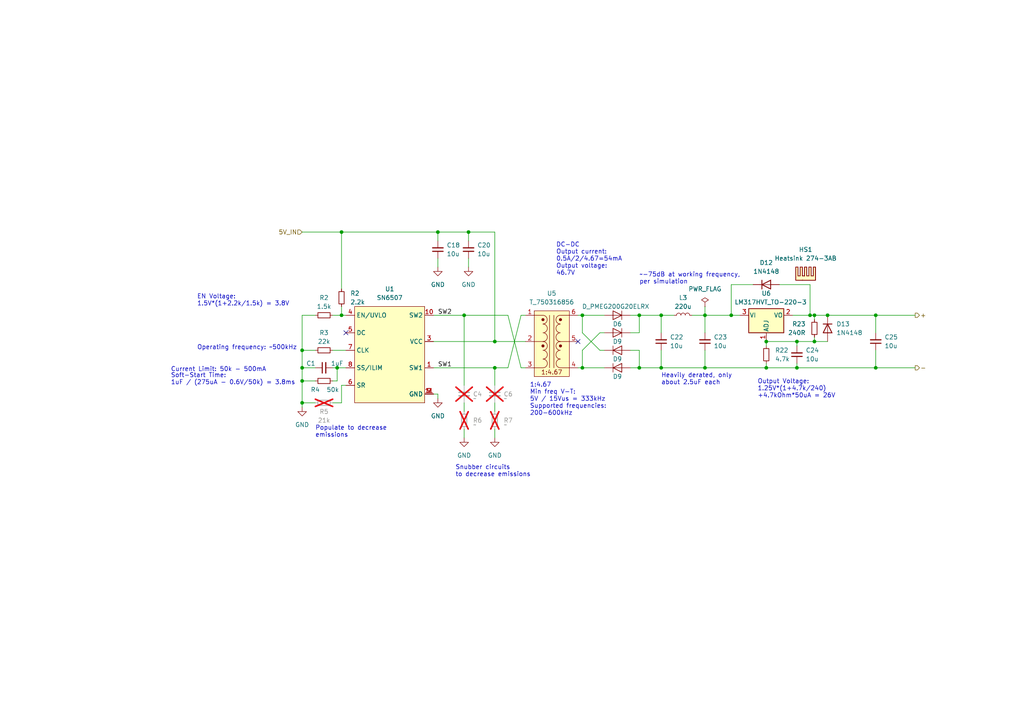
<source format=kicad_sch>
(kicad_sch (version 20230121) (generator eeschema)
  (paper "A4")
  (title_block (title "EuroMeasure Ion Gauge Controller") (date "2024-01-20") (rev "1.1.0"))
  (lib_symbols
    (symbol "Device:C_Small" (pin_numbers hide) (pin_names (offset 0.254) hide)
      (property "Reference" "C" (at 0.254 1.778 0))
      (property "Value" "C_Small" (at 0.254 -2.032 0))
      (symbol "C_Small_0_1"
        (polyline (pts (xy -1.524 -0.508) (xy 1.524 -0.508)) (stroke (width 0.3302)))
        (polyline (pts (xy -1.524 0.508) (xy 1.524 0.508)) (stroke (width 0.3048)))
      )
      (symbol "C_Small_1_1"
        (pin passive line (at 0 2.54 270) (length 2.032) (name "~") (number "1"))
        (pin passive line (at 0 -2.54 90) (length 2.032) (name "~") (number "2"))
      )
    )
    (symbol "Device:R_Small" (pin_numbers hide) (pin_names (offset 0.254) hide)
      (property "Reference" "R" (at 0.762 0.508 0))
      (property "Value" "R_Small" (at 0.762 -1.016 0))
      (symbol "R_Small_0_1"
        (rectangle (start -0.762 1.778) (end 0.762 -1.778) (stroke (width 0.2032)))
      )
      (symbol "R_Small_1_1"
        (pin passive line (at 0 2.54 270) (length 0.762) (name "~") (number "1"))
        (pin passive line (at 0 -2.54 90) (length 0.762) (name "~") (number "2"))
      )
    )
    (symbol "MEMS_Discrete-semiconductor:D_1N4148WS-SOD323" (pin_numbers hide) (pin_names (offset 1.016) hide)
      (property "Reference" "D" (at 0 2.54 0))
      (property "Value" "1N4148" (at 0 -2.54 0))
      (symbol "D_1N4148WS-SOD323_0_1"
        (polyline (pts (xy -1.27 1.27) (xy -1.27 -1.27)) (stroke (width 0.254)))
        (polyline (pts (xy 1.27 0) (xy -1.27 0)))
        (polyline (pts (xy 1.27 1.27) (xy 1.27 -1.27) (xy -1.27 0) (xy 1.27 1.27)) (stroke (width 0.254)))
      )
      (symbol "D_1N4148WS-SOD323_1_1"
        (pin passive line (at -3.81 0 0) (length 2.54) (name "K") (number "1"))
        (pin passive line (at 3.81 0 180) (length 2.54) (name "A") (number "2"))
      )
    )
    (symbol "MEMS_Discrete-semiconductor:D_PMEG200G20ELRX" (pin_numbers hide) (pin_names hide)
      (property "Reference" "D" (at 0 2.54 0))
      (property "Value" "D_PMEG200G20ELRX" (at 0 -2.54 0))
      (symbol "D_PMEG200G20ELRX_0_1"
        (polyline (pts (xy -1.27 -1.27) (xy -1.27 1.27)))
        (polyline (pts (xy 1.27 0) (xy -1.27 0)))
        (polyline (pts (xy 1.27 1.27) (xy 1.27 -1.27) (xy -1.27 0) (xy 1.27 1.27)) (stroke (width 0.2032)))
      )
      (symbol "D_PMEG200G20ELRX_1_1"
        (pin passive line (at -3.81 0 0) (length 2.54) (name "K") (number "1"))
        (pin passive line (at 3.81 0 180) (length 2.54) (name "A") (number "2"))
      )
    )
    (symbol "MEMS_Electromechanical:Heatsink" (pin_names (offset 1.016))
      (property "Reference" "HS" (at 0 5.08 0))
      (property "Value" "Heatsink 274-3AB" (at 0 -1.27 0))
      (symbol "Heatsink_0_1"
        (polyline (pts (xy -0.3302 1.27) (xy -0.9652 1.27) (xy -0.9652 3.81) (xy -1.6002 3.81) (xy -1.6002 1.27) (xy -2.2352 1.27) (xy -2.2352 3.81) (xy -2.8702 3.81) (xy -2.8702 0) (xy -0.9652 0)) (stroke (width 0.254)) (fill (type background)))
        (polyline (pts (xy -0.3302 1.27) (xy -0.3302 3.81) (xy 0.3048 3.81) (xy 0.3048 1.27) (xy 0.9398 1.27) (xy 0.9398 3.81) (xy 1.5748 3.81) (xy 1.5748 1.27) (xy 2.2098 1.27) (xy 2.2098 3.81) (xy 2.8448 3.81) (xy 2.8448 0) (xy -0.9652 0)) (stroke (width 0.254)) (fill (type background)))
      )
    )
    (symbol "MEMS_IC:LM317HVT_TO-220-3" (pin_names (offset 0.254))
      (property "Reference" "U1" (at 0 6.35 0))
      (property "Value" "LM317HVT_TO-220-3" (at 0 3.81 0))
      (symbol "LM317HVT_TO-220-3_0_1"
        (rectangle (start -5.08 1.905) (end 5.08 -5.08) (stroke (width 0.254)) (fill (type background)))
      )
      (symbol "LM317HVT_TO-220-3_1_1"
        (pin input line (at 0 -7.62 90) (length 2.54) (name "ADJ") (number "1"))
        (pin power_out line (at 7.62 0 180) (length 2.54) (name "VO") (number "2"))
        (pin power_in line (at -7.62 0 0) (length 2.54) (name "VI") (number "3"))
      )
    )
    (symbol "MEMS_IC:SN6507"
      (property "Reference" "U" (at -8.89 13.97 0))
      (property "Value" "SN6507" (at 6.35 -16.51 0))
      (symbol "SN6507_0_1"
        (rectangle (start -10.16 12.7) (end 10.16 -15.24) (fill (type background)))
      )
      (symbol "SN6507_1_1"
        (pin open_collector line (at 12.7 -5.08 180) (length 2.54) (name "SW1") (number "1"))
        (pin open_collector line (at 12.7 10.16 180) (length 2.54) (name "SW2") (number "10"))
        (pin power_in line (at 12.7 -12.7 180) (length 2.54) (name "GND") (number "11"))
        (pin power_in line (at 12.7 -12.7 180) (length 2.54) (name "GND") (number "2"))
        (pin power_in line (at 12.7 2.54 180) (length 2.54) (name "VCC") (number "3"))
        (pin input line (at -12.7 10.16 0) (length 2.54) (name "EN/UVLO") (number "4"))
        (pin input line (at -12.7 5.08 0) (length 2.54) (name "DC") (number "5"))
        (pin input line (at -12.7 -10.16 0) (length 2.54) (name "SR") (number "6"))
        (pin input line (at -12.7 0 0) (length 2.54) (name "CLK") (number "7"))
        (pin input line (at -12.7 -5.08 0) (length 2.54) (name "SS/ILIM") (number "8"))
        (pin power_in line (at 12.7 -12.7 180) (length 2.54) (name "GND") (number "9"))
      )
    )
    (symbol "MEMS_Passive:L_1210_220u" (pin_numbers hide) (pin_names hide)
      (property "Reference" "L" (at 0 1.905 0))
      (property "Value" "220u" (at 0 3.81 0))
      (symbol "L_1210_220u_0_1"
        (arc (start -0.635 0.0252) (mid -1.27 0.6355) (end -1.905 0.0252))
        (arc (start 0.635 0.0252) (mid 0 0.649) (end -0.635 0.0252))
        (arc (start 1.905 0.0252) (mid 1.27 0.649) (end 0.635 0.0252))
      )
      (symbol "L_1210_220u_1_1"
        (pin passive line (at -2.54 0 0) (length 0.64) (name "~") (number "1"))
        (pin passive line (at 2.54 0 180) (length 0.64) (name "~") (number "2"))
      )
    )
    (symbol "MEMS_Passive:T_750316856"
      (property "Reference" "T" (at 0 10.16 0))
      (property "Value" "T_750316856" (at 0 -11.43 0))
      (symbol "T_750316856_0_1"
        (rectangle (start -5.08 8.89) (end 5.08 -10.16) (fill (type background)))
        (circle (center -2.54 -1.27) (radius 0.3592) (fill (type outline)))
        (arc (start -2.54 5.08) (mid -1.3051 6.35) (end -2.54 7.62))
        (circle (center -2.54 6.35) (radius 0.3592) (fill (type outline)))
        (arc (start -2.5044 -7.62) (mid -1.2695 -6.35) (end -2.5044 -5.08))
        (arc (start -2.5044 -5.08) (mid -1.2695 -3.81) (end -2.5044 -2.54))
        (arc (start -2.5044 -2.54) (mid -1.2695 -1.27) (end -2.5044 0))
        (arc (start -2.5044 0) (mid -1.2695 1.27) (end -2.5044 2.54))
        (arc (start -2.5044 2.54) (mid -1.2695 3.81) (end -2.5044 5.08))
        (polyline (pts (xy -5.08 0) (xy -2.54 0)))
        (polyline (pts (xy -2.54 -7.62) (xy -5.08 -7.62)))
        (polyline (pts (xy -2.54 7.62) (xy -5.08 7.62)))
        (polyline (pts (xy -0.635 7.62) (xy -0.635 -7.62)))
        (polyline (pts (xy 0.635 -7.62) (xy 0.635 7.62)))
        (polyline (pts (xy 2.54 0) (xy 5.08 0)))
        (polyline (pts (xy 5.08 -7.62) (xy 2.54 -7.62)))
        (polyline (pts (xy 5.08 7.62) (xy 2.54 7.62)))
        (arc (start 2.4688 -2.54) (mid 1.2339 -3.81) (end 2.4688 -5.08))
        (arc (start 2.4688 0) (mid 1.2339 -1.27) (end 2.4688 -2.54))
        (arc (start 2.4688 2.54) (mid 1.2339 1.27) (end 2.4688 0))
        (arc (start 2.4688 5.08) (mid 1.2339 3.81) (end 2.4688 2.54))
        (arc (start 2.4688 7.62) (mid 1.2339 6.35) (end 2.4688 5.08))
        (arc (start 2.5044 -5.08) (mid 1.2695 -6.35) (end 2.5044 -7.62))
        (circle (center 2.54 -1.27) (radius 0.3592) (fill (type outline)))
        (circle (center 2.54 6.35) (radius 0.3592) (fill (type outline)))
      )
      (symbol "T_750316856_1_0"
        (text "1:4.67" (at 0 -8.89 0) (effects (font (size 1.27 1.27))))
      )
      (symbol "T_750316856_1_1"
        (pin passive line (at -7.62 7.62 0) (length 2.54) (name "") (number "1"))
        (pin passive line (at -7.62 0 0) (length 2.54) (name "") (number "2"))
        (pin passive line (at -7.62 -7.62 0) (length 2.54) (name "") (number "3"))
        (pin passive line (at 7.62 -7.62 180) (length 2.54) (name "") (number "4"))
        (pin passive line (at 7.62 0 180) (length 2.54) (name "") (number "5"))
        (pin passive line (at 7.62 7.62 180) (length 2.54) (name "") (number "6"))
      )
    )
    (symbol "power:GND" (power) (pin_names (offset 0))
      (property "Value" "GND" (at 0 -3.81 0))
      (symbol "GND_0_1"
        (polyline (pts (xy 0 0) (xy 0 -1.27) (xy 1.27 -1.27) (xy 0 -2.54) (xy -1.27 -1.27) (xy 0 -1.27)))
      )
      (symbol "GND_1_1"
        (pin power_in line (at 0 0 270) (length 0) hide (name "GND") (number "1"))
      )
    )
    (symbol "power:PWR_FLAG" (power) (pin_numbers hide) (pin_names (offset 0) hide)
      (property "Value" "PWR_FLAG" (at 0 3.81 0))
      (symbol "PWR_FLAG_0_0"
        (pin power_out line (at 0 0 90) (length 0) (name "pwr") (number "1"))
      )
      (symbol "PWR_FLAG_0_1"
        (polyline (pts (xy 0 0) (xy 0 1.27) (xy -1.016 1.905) (xy 0 2.54) (xy 1.016 1.905) (xy 0 1.27)))
      )
    )
  )
  (junction (at 204.47 91.44))
  (junction (at 234.95 91.44))
  (junction (at 191.77 106.68))
  (junction (at 135.89 67.31))
  (junction (at 222.25 99.06))
  (junction (at 87.63 101.6))
  (junction (at 231.14 99.06))
  (junction (at 99.06 67.31))
  (junction (at 99.06 91.44))
  (junction (at 87.63 106.68))
  (junction (at 134.62 91.44))
  (junction (at 87.63 116.84))
  (junction (at 231.14 106.68))
  (junction (at 254 106.68))
  (junction (at 143.51 99.06))
  (junction (at 212.09 91.44))
  (junction (at 222.25 106.68))
  (junction (at 185.42 91.44))
  (junction (at 236.22 91.44))
  (junction (at 87.63 110.49))
  (junction (at 97.79 106.68))
  (junction (at 168.91 106.68))
  (junction (at 143.51 106.68))
  (junction (at 240.03 91.44))
  (junction (at 191.77 91.44))
  (junction (at 185.42 106.68))
  (junction (at 254 91.44))
  (junction (at 236.22 99.06))
  (junction (at 204.47 106.68))
  (junction (at 168.91 91.44))
  (junction (at 127 67.31))
  (no_connect (at 100.33 96.52))
  (no_connect (at 167.64 99.06))
  (wire (pts (xy 87.63 110.49) (xy 87.63 106.68)))
  (wire (pts (xy 127 114.3) (xy 125.73 114.3)))
  (wire (pts (xy 127 67.31) (xy 127 69.85)))
  (wire (pts (xy 204.47 91.44) (xy 212.09 91.44)))
  (wire (pts (xy 182.88 101.6) (xy 185.42 101.6)))
  (wire (pts (xy 173.99 96.52) (xy 175.26 96.52)))
  (wire (pts (xy 231.14 99.06) (xy 231.14 100.33)))
  (wire (pts (xy 135.89 67.31) (xy 143.51 67.31)))
  (wire (pts (xy 231.14 105.41) (xy 231.14 106.68)))
  (wire (pts (xy 97.79 106.68) (xy 100.33 106.68)))
  (wire (pts (xy 135.89 67.31) (xy 135.89 69.85)))
  (wire (pts (xy 254 91.44) (xy 265.43 91.44)))
  (wire (pts (xy 212.09 91.44) (xy 214.63 91.44)))
  (wire (pts (xy 99.06 116.84) (xy 96.52 116.84)))
  (wire (pts (xy 236.22 91.44) (xy 240.03 91.44)))
  (wire (pts (xy 236.22 91.44) (xy 234.95 91.44)))
  (wire (pts (xy 134.62 91.44) (xy 134.62 111.76)))
  (wire (pts (xy 143.51 116.84) (xy 143.51 119.38)))
  (wire (pts (xy 182.88 96.52) (xy 185.42 96.52)))
  (wire (pts (xy 204.47 88.9) (xy 204.47 91.44)))
  (wire (pts (xy 222.25 99.06) (xy 231.14 99.06)))
  (wire (pts (xy 204.47 106.68) (xy 222.25 106.68)))
  (wire (pts (xy 151.13 91.44) (xy 147.32 106.68)))
  (wire (pts (xy 134.62 91.44) (xy 147.32 91.44)))
  (wire (pts (xy 151.13 106.68) (xy 152.4 106.68)))
  (wire (pts (xy 127 67.31) (xy 135.89 67.31)))
  (wire (pts (xy 147.32 91.44) (xy 151.13 106.68)))
  (wire (pts (xy 236.22 92.71) (xy 236.22 91.44)))
  (wire (pts (xy 143.51 67.31) (xy 143.51 99.06)))
  (wire (pts (xy 222.25 106.68) (xy 231.14 106.68)))
  (wire (pts (xy 229.87 91.44) (xy 234.95 91.44)))
  (wire (pts (xy 236.22 99.06) (xy 236.22 97.79)))
  (wire (pts (xy 254 96.52) (xy 254 91.44)))
  (wire (pts (xy 167.64 91.44) (xy 168.91 91.44)))
  (wire (pts (xy 99.06 88.9) (xy 99.06 91.44)))
  (wire (pts (xy 99.06 67.31) (xy 99.06 83.82)))
  (wire (pts (xy 143.51 99.06) (xy 152.4 99.06)))
  (wire (pts (xy 191.77 101.6) (xy 191.77 106.68)))
  (wire (pts (xy 87.63 106.68) (xy 87.63 101.6)))
  (wire (pts (xy 134.62 116.84) (xy 134.62 119.38)))
  (wire (pts (xy 185.42 91.44) (xy 182.88 91.44)))
  (wire (pts (xy 96.52 110.49) (xy 97.79 110.49)))
  (wire (pts (xy 234.95 82.55) (xy 234.95 91.44)))
  (wire (pts (xy 236.22 99.06) (xy 240.03 99.06)))
  (wire (pts (xy 168.91 96.52) (xy 173.99 101.6)))
  (wire (pts (xy 87.63 106.68) (xy 91.44 106.68)))
  (wire (pts (xy 204.47 96.52) (xy 204.47 91.44)))
  (wire (pts (xy 147.32 106.68) (xy 143.51 106.68)))
  (wire (pts (xy 222.25 105.41) (xy 222.25 106.68)))
  (wire (pts (xy 204.47 101.6) (xy 204.47 106.68)))
  (wire (pts (xy 152.4 91.44) (xy 151.13 91.44)))
  (wire (pts (xy 87.63 101.6) (xy 91.44 101.6)))
  (wire (pts (xy 87.63 101.6) (xy 87.63 91.44)))
  (wire (pts (xy 168.91 91.44) (xy 168.91 96.52)))
  (wire (pts (xy 143.51 124.46) (xy 143.51 127)))
  (wire (pts (xy 97.79 106.68) (xy 96.52 106.68)))
  (wire (pts (xy 99.06 111.76) (xy 99.06 116.84)))
  (wire (pts (xy 222.25 99.06) (xy 222.25 100.33)))
  (wire (pts (xy 87.63 67.31) (xy 99.06 67.31)))
  (wire (pts (xy 200.66 91.44) (xy 204.47 91.44)))
  (wire (pts (xy 87.63 116.84) (xy 87.63 110.49)))
  (wire (pts (xy 254 101.6) (xy 254 106.68)))
  (wire (pts (xy 191.77 96.52) (xy 191.77 91.44)))
  (wire (pts (xy 254 106.68) (xy 265.43 106.68)))
  (wire (pts (xy 100.33 111.76) (xy 99.06 111.76)))
  (wire (pts (xy 218.44 82.55) (xy 212.09 82.55)))
  (wire (pts (xy 125.73 91.44) (xy 134.62 91.44)))
  (wire (pts (xy 168.91 91.44) (xy 175.26 91.44)))
  (wire (pts (xy 99.06 67.31) (xy 127 67.31)))
  (wire (pts (xy 87.63 116.84) (xy 87.63 118.11)))
  (wire (pts (xy 96.52 91.44) (xy 99.06 91.44)))
  (wire (pts (xy 96.52 101.6) (xy 100.33 101.6)))
  (wire (pts (xy 127 77.47) (xy 127 74.93)))
  (wire (pts (xy 125.73 99.06) (xy 143.51 99.06)))
  (wire (pts (xy 185.42 101.6) (xy 185.42 106.68)))
  (wire (pts (xy 240.03 91.44) (xy 254 91.44)))
  (wire (pts (xy 125.73 106.68) (xy 143.51 106.68)))
  (wire (pts (xy 127 115.57) (xy 127 114.3)))
  (wire (pts (xy 134.62 124.46) (xy 134.62 127)))
  (wire (pts (xy 185.42 106.68) (xy 191.77 106.68)))
  (wire (pts (xy 191.77 106.68) (xy 204.47 106.68)))
  (wire (pts (xy 143.51 106.68) (xy 143.51 111.76)))
  (wire (pts (xy 99.06 91.44) (xy 100.33 91.44)))
  (wire (pts (xy 87.63 91.44) (xy 91.44 91.44)))
  (wire (pts (xy 87.63 110.49) (xy 91.44 110.49)))
  (wire (pts (xy 97.79 110.49) (xy 97.79 106.68)))
  (wire (pts (xy 168.91 101.6) (xy 168.91 106.68)))
  (wire (pts (xy 91.44 116.84) (xy 87.63 116.84)))
  (wire (pts (xy 231.14 99.06) (xy 236.22 99.06)))
  (wire (pts (xy 212.09 82.55) (xy 212.09 91.44)))
  (wire (pts (xy 185.42 91.44) (xy 191.77 91.44)))
  (wire (pts (xy 231.14 106.68) (xy 254 106.68)))
  (wire (pts (xy 168.91 106.68) (xy 175.26 106.68)))
  (wire (pts (xy 185.42 91.44) (xy 185.42 96.52)))
  (wire (pts (xy 185.42 106.68) (xy 182.88 106.68)))
  (wire (pts (xy 135.89 77.47) (xy 135.89 74.93)))
  (wire (pts (xy 191.77 91.44) (xy 195.58 91.44)))
  (wire (pts (xy 168.91 101.6) (xy 173.99 96.52)))
  (wire (pts (xy 226.06 82.55) (xy 234.95 82.55)))
  (wire (pts (xy 173.99 101.6) (xy 175.26 101.6)))
  (wire (pts (xy 167.64 106.68) (xy 168.91 106.68)))
  (text "DC-DC\nOutput current:\n0.5A/2/4.67=54mA\nOutput voltage:\n46.7V" (at 161.29 80.01 0) (effects (font (size 1.27 1.27)) (justify left bottom)))
  (text "Soft-Start Time:\n1uF / (275uA - 0.6V/50k) = 3.8ms" (at 49.53 111.76 0) (effects (font (size 1.27 1.27)) (justify left bottom)))
  (text "Heavily derated, only\nabout 2.5uF each" (at 191.77 111.76 0) (effects (font (size 1.27 1.27)) (justify left bottom)))
  (text "Current Limit: 50k - 500mA" (at 49.53 107.95 0) (effects (font (size 1.27 1.27)) (justify left bottom)))
  (text "Operating frequency: ~500kHz" (at 57.15 101.6 0) (effects (font (size 1.27 1.27)) (justify left bottom)))
  (text "1:4.67\nMin freq V-T: \n5V / 15Vus = 333kHz\nSupported frequencies:\n200-600kHz" (at 153.67 120.65 0) (effects (font (size 1.27 1.27)) (justify left bottom)))
  (text "Output Voltage:\n1.25V*(1+4.7k/240)\n+4.7kOhm*50uA = 26V" (at 219.71 115.57 0) (effects (font (size 1.27 1.27)) (justify left bottom)))
  (text "~-75dB at working frequency,\nper simulation" (at 185.42 82.55 0) (effects (font (size 1.27 1.27)) (justify left bottom)))
  (text "Populate to decrease\nemissions" (at 91.44 127 0) (effects (font (size 1.27 1.27)) (justify left bottom)))
  (text "EN Voltage: \n1.5V*(1+2.2k/1.5k) = 3.8V" (at 57.15 88.9 0) (effects (font (size 1.27 1.27)) (justify left bottom)))
  (text "Snubber circuits\nto decrease emissions" (at 132.08 138.43 0) (effects (font (size 1.27 1.27)) (justify left bottom)))
  (label "SW1" (at 127 106.68 0))
  (label "SW2" (at 127 91.44 0))
  (hierarchical_label "5V_IN" (shape input) (at 87.63 67.31 180))
  (hierarchical_label "-" (shape output) (at 265.43 106.68 0))
  (hierarchical_label "+" (shape output) (at 265.43 91.44 0))
  (symbol (lib_id "Device:R_Small") (at 222.25 102.87 0) (unit 1)
    (property "Reference" "R22" (at 224.79 101.6 0) (effects (justify left)))
    (property "Value" "4.7k" (at 224.79 104.14 0) (effects (justify left)))
    (property "Footprint" "Resistor_SMD:R_0805_2012Metric_Pad1.20x1.40mm_HandSolder" (effects hide))
  )
  (symbol (lib_id "MEMS_IC:SN6507") (at 113.03 101.6 0) (unit 1)
    (property "Reference" "U1" (at 113.03 83.82 0))
    (property "Value" "SN6507" (at 113.03 86.36 0))
    (property "Footprint" "MEMS_IC:SN6507" (effects hide))
    (property "Datasheet" "https://www.ti.com/lit/ds/symlink/sn6507.pdf?ts=1663531186741" (effects hide))
    (property "MPN" "SN6507DGQR" (effects hide))
    (property "Mouser" "595-SN6507DGQR" (effects hide))
    (instances (project "IsolatedPowerSupply" (path "" (reference "U1") (unit 1))) (project "EuroMeasure-IonGaugeController" (path "" (reference "U4") (unit 1))))
  )
  (symbol (lib_id "MEMS_Passive:T_750316856") (at 160.02 99.06 0) (unit 1)
    (property "Reference" "U5" (at 160.02 85.09 0))
    (property "Value" "T_750316856" (at 160.02 87.63 0))
    (property "Footprint" "MEMS_Passive:750316856" (effects hide))
    (property "Datasheet" "https://www.we-online.com/components/products/datasheet/750316856.pdf" (effects hide))
    (property "MPN" "750316856" (effects hide))
    (property "Mouser" "710-750316856" (effects hide))
  )
  (symbol (lib_id "MEMS_Discrete-semiconductor:D_PMEG200G20ELRX") (at 179.07 106.68 0) (unit 1)
    (property "Reference" "D9" (at 179.07 109.22 0))
    (property "Value" "MURS160BJ" (effects hide))
    (property "Footprint" "Diode_SMD:D_SOD-123F" (effects hide))
    (property "Datasheet" "https://www.mouser.pl/datasheet/2/916/PMEG200G20ELR-2634417.pdf" (effects hide))
    (property "Sim.Device" "D" (effects hide))
    (property "Sim.Pins" "1=K 2=A" (effects hide))
    (property "MPN" "PMEG200G20ELRX " (effects hide))
    (property "Mouser" "771-PMEG200G20ELRX " (effects hide))
    (instances (project "EuroMeasure-SYMHV" (path "" (reference "D9") (unit 1))) (project "EuroMeasure-IonGaugeController" (path "" (reference "D11") (unit 1))))
  )
  (symbol (lib_id "Device:C_Small") (at 191.77 99.06 180) (unit 1)
    (property "Reference" "C22" (at 194.31 97.7836 0) (effects (justify right)))
    (property "Value" "10u" (at 194.31 100.3236 0) (effects (justify right)))
    (property "Footprint" "Capacitor_SMD:C_1206_3216Metric_Pad1.33x1.80mm_HandSolder" (effects hide))
    (property "MPN" "GRM32EC72A106KE05L" (effects hide))
    (property "Mouser" "81-GRM32EC72A106KE05" (effects hide))
  )
  (symbol (lib_id "Device:C_Small") (at 143.51 114.3 0) (unit 1) (dnp yes)
    (property "Reference" "C6" (at 146.05 114.3063 0) (effects (justify left)))
    (property "Value" "~" (at 146.05 115.5763 0) (effects (justify left)))
    (property "Footprint" "Capacitor_SMD:C_0805_2012Metric_Pad1.18x1.45mm_HandSolder" (effects hide))
    (instances (project "IsolatedPowerSupply" (path "" (reference "C6") (unit 1))) (project "EuroMeasure-IonGaugeController" (path "" (reference "C21") (unit 1))))
  )
  (symbol (lib_id "MEMS_Passive:L_1210_220u") (at 198.12 91.44 0) (unit 1)
    (property "Reference" "L3" (at 198.12 86.36 0))
    (property "Value" "220u" (at 198.12 88.9 0))
    (property "Footprint" "Inductor_SMD:L_1210_3225Metric_Pad1.42x2.65mm_HandSolder" (effects hide))
    (property "Datasheet" "https://www.mouser.pl/datasheet/2/396/LSQ02_e-3082146.pdf" (effects hide))
    (property "MPN" "LSQPA322525T221KR" (effects hide))
    (property "Mouser" "963-LSQPA322525T221K" (effects hide))
  )
  (symbol (lib_id "Device:R_Small") (at 93.98 110.49 90) (unit 1)
    (property "Reference" "R4" (at 91.44 113.03 90))
    (property "Value" "50k" (at 96.52 113.03 90))
    (property "Footprint" "Resistor_SMD:R_0805_2012Metric_Pad1.20x1.40mm_HandSolder" (effects hide))
    (instances (project "IsolatedPowerSupply" (path "" (reference "R4") (unit 1))) (project "EuroMeasure-IonGaugeController" (path "" (reference "R17") (unit 1))))
  )
  (symbol (lib_id "Device:C_Small") (at 135.89 72.39 180) (unit 1)
    (property "Reference" "C20" (at 138.43 71.1136 0) (effects (justify right)))
    (property "Value" "10u" (at 138.43 73.6536 0) (effects (justify right)))
    (property "Footprint" "Capacitor_SMD:C_0805_2012Metric_Pad1.18x1.45mm_HandSolder" (effects hide))
  )
  (symbol (lib_id "Device:C_Small") (at 254 99.06 180) (unit 1)
    (property "Reference" "C25" (at 256.54 97.7836 0) (effects (justify right)))
    (property "Value" "10u" (at 256.54 100.3236 0) (effects (justify right)))
    (property "Footprint" "Capacitor_SMD:C_1206_3216Metric_Pad1.33x1.80mm_HandSolder" (effects hide))
    (property "MPN" "GRM32EC72A106KE05L" (effects hide))
    (property "Mouser" "81-GRM32EC72A106KE05" (effects hide))
  )
  (symbol (lib_id "Device:R_Small") (at 143.51 121.92 0) (unit 1) (dnp yes)
    (property "Reference" "R7" (at 146.05 121.92 0) (effects (justify left)))
    (property "Value" "~" (at 146.05 123.19 0) (effects (justify left)))
    (property "Footprint" "Resistor_SMD:R_0805_2012Metric_Pad1.20x1.40mm_HandSolder" (effects hide))
    (instances (project "IsolatedPowerSupply" (path "" (reference "R7") (unit 1))) (project "EuroMeasure-IonGaugeController" (path "" (reference "R21") (unit 1))))
  )
  (symbol (lib_id "MEMS_Electromechanical:Heatsink") (at 233.68 81.28 0) (unit 1)
    (property "Reference" "HS1" (at 233.6673 72.39 0))
    (property "Value" "Heatsink 274-3AB" (at 233.6673 74.93 0))
    (property "Footprint" "MEMS_Custom:274-3AB" (effects hide))
    (property "Datasheet" "https://www.mouser.pl/datasheet/2/433/Wakefield_Thermal_Board_Level_Data_Sheet-3050253.pdf" (effects hide))
    (property "MPN" "274-3AB " (effects hide))
    (property "Mouser" "567-274-3AB" (effects hide))
  )
  (symbol (lib_id "Device:R_Small") (at 134.62 121.92 0) (unit 1) (dnp yes)
    (property "Reference" "R6" (at 137.16 121.92 0) (effects (justify left)))
    (property "Value" "~" (at 137.16 123.19 0) (effects (justify left)))
    (property "Footprint" "Resistor_SMD:R_0805_2012Metric_Pad1.20x1.40mm_HandSolder" (effects hide))
    (instances (project "IsolatedPowerSupply" (path "" (reference "R6") (unit 1))) (project "EuroMeasure-IonGaugeController" (path "" (reference "R20") (unit 1))))
  )
  (symbol (lib_id "MEMS_Discrete-semiconductor:D_1N4148WS-SOD323") (at 240.03 95.25 270) (unit 1)
    (property "Reference" "D13" (at 242.57 93.98 90) (effects (justify left)))
    (property "Value" "1N4148" (at 242.57 96.52 90) (effects (justify left)))
    (property "Footprint" "Diode_SMD:D_SOD-323F" (effects hide))
    (property "Datasheet" "https://www.mouser.com/datasheet/2/308/1/1N4148WS_D-3006419.pdf" (effects hide))
    (property "Sim.Device" "D" (effects hide))
    (property "Sim.Pins" "1=K 2=A" (effects hide))
    (property "Mouser" "512-1N4148WS" (effects hide))
    (property "MPN" "1N4148WS" (effects hide))
  )
  (symbol (lib_id "Device:C_Small") (at 231.14 102.87 180) (unit 1)
    (property "Reference" "C24" (at 233.68 101.5936 0) (effects (justify right)))
    (property "Value" "10u" (at 233.68 104.1336 0) (effects (justify right)))
    (property "Footprint" "Capacitor_SMD:C_0805_2012Metric_Pad1.18x1.45mm_HandSolder" (effects hide))
  )
  (symbol (lib_id "power:GND") (at 143.51 127 0) (unit 1)
    (property "Reference" "#PWR04" (effects hide))
    (property "Value" "GND" (at 143.51 132.08 0))
    (instances (project "IsolatedPowerSupply" (path "" (reference "#PWR04") (unit 1))) (project "EuroMeasure-IonGaugeController" (path "" (reference "#PWR045") (unit 1))))
  )
  (symbol (lib_id "MEMS_Discrete-semiconductor:D_PMEG200G20ELRX") (at 179.07 91.44 180) (unit 1)
    (property "Reference" "D6" (at 179.07 93.98 0))
    (property "Value" "D_PMEG200G20ELRX " (at 179.07 88.9 0))
    (property "Footprint" "Diode_SMD:D_SOD-123F" (effects hide))
    (property "Datasheet" "https://www.mouser.pl/datasheet/2/916/PMEG200G20ELR-2634417.pdf" (effects hide))
    (property "Sim.Device" "D" (effects hide))
    (property "Sim.Pins" "1=K 2=A" (effects hide))
    (property "MPN" "PMEG200G20ELRX " (effects hide))
    (property "Mouser" "771-PMEG200G20ELRX " (effects hide))
    (instances (project "EuroMeasure-SYMHV" (path "" (reference "D6") (unit 1))) (project "EuroMeasure-IonGaugeController" (path "" (reference "D8") (unit 1))))
  )
  (symbol (lib_id "power:GND") (at 135.89 77.47 0) (unit 1)
    (property "Reference" "#PWR040" (effects hide))
    (property "Value" "GND" (at 135.89 82.55 0))
    (instances (project "EuroMeasure-SYMHV" (path "" (reference "#PWR040") (unit 1))) (project "EuroMeasure-IonGaugeController" (path "" (reference "#PWR044") (unit 1))) (project "EuroMeasure-RFPA" (path "" (reference "#PWR016") (unit 1))))
  )
  (symbol (lib_id "Device:R_Small") (at 236.22 95.25 0) (mirror y) (unit 1)
    (property "Reference" "R23" (at 233.68 93.98 0) (effects (justify left)))
    (property "Value" "240R" (at 233.68 96.52 0) (effects (justify left)))
    (property "Footprint" "Resistor_SMD:R_0805_2012Metric_Pad1.20x1.40mm_HandSolder" (effects hide))
  )
  (symbol (lib_id "MEMS_Discrete-semiconductor:D_1N4148WS-SOD323") (at 222.25 82.55 0) (unit 1)
    (property "Reference" "D12" (at 222.25 76.2 0))
    (property "Value" "1N4148" (at 222.25 78.74 0))
    (property "Footprint" "Diode_SMD:D_SOD-323F" (effects hide))
    (property "Datasheet" "https://www.mouser.com/datasheet/2/308/1/1N4148WS_D-3006419.pdf" (effects hide))
    (property "Sim.Device" "D" (effects hide))
    (property "Sim.Pins" "1=K 2=A" (effects hide))
    (property "Mouser" "512-1N4148WS" (effects hide))
    (property "MPN" "1N4148WS" (effects hide))
  )
  (symbol (lib_id "Device:R_Small") (at 93.98 101.6 90) (unit 1)
    (property "Reference" "R3" (at 93.98 96.52 90))
    (property "Value" "22k" (at 93.98 99.06 90))
    (property "Footprint" "Resistor_SMD:R_0805_2012Metric_Pad1.20x1.40mm_HandSolder" (effects hide))
    (instances (project "IsolatedPowerSupply" (path "" (reference "R3") (unit 1))) (project "EuroMeasure-IonGaugeController" (path "" (reference "R16") (unit 1))))
  )
  (symbol (lib_id "power:PWR_FLAG") (at 204.47 88.9 0) (unit 1)
    (property "Reference" "#FLG02" (effects hide))
    (property "Value" "PWR_FLAG" (at 204.47 83.82 0))
  )
  (symbol (lib_id "power:GND") (at 127 115.57 0) (unit 1)
    (property "Reference" "#PWR02" (effects hide))
    (property "Value" "GND" (at 127 120.65 0))
    (instances (project "IsolatedPowerSupply" (path "" (reference "#PWR02") (unit 1))) (project "EuroMeasure-IonGaugeController" (path "" (reference "#PWR042") (unit 1))))
  )
  (symbol (lib_id "power:GND") (at 134.62 127 0) (unit 1)
    (property "Reference" "#PWR04" (effects hide))
    (property "Value" "GND" (at 134.62 132.08 0))
    (instances (project "IsolatedPowerSupply" (path "" (reference "#PWR04") (unit 1))) (project "EuroMeasure-IonGaugeController" (path "" (reference "#PWR043") (unit 1))))
  )
  (symbol (lib_id "Device:C_Small") (at 134.62 114.3 0) (unit 1) (dnp yes)
    (property "Reference" "C4" (at 137.16 114.3063 0) (effects (justify left)))
    (property "Value" "~" (at 137.16 115.5763 0) (effects (justify left)))
    (property "Footprint" "Capacitor_SMD:C_0805_2012Metric_Pad1.18x1.45mm_HandSolder" (effects hide))
    (instances (project "IsolatedPowerSupply" (path "" (reference "C4") (unit 1))) (project "EuroMeasure-IonGaugeController" (path "" (reference "C19") (unit 1))))
  )
  (symbol (lib_id "Device:R_Small") (at 93.98 116.84 90) (unit 1) (dnp yes)
    (property "Reference" "R5" (at 93.98 119.38 90))
    (property "Value" "21k" (at 93.98 121.92 90))
    (property "Footprint" "Resistor_SMD:R_0805_2012Metric_Pad1.20x1.40mm_HandSolder" (effects hide))
    (instances (project "IsolatedPowerSupply" (path "" (reference "R5") (unit 1))) (project "EuroMeasure-IonGaugeController" (path "" (reference "R18") (unit 1))))
  )
  (symbol (lib_id "Device:C_Small") (at 204.47 99.06 180) (unit 1)
    (property "Reference" "C23" (at 207.01 97.7836 0) (effects (justify right)))
    (property "Value" "10u" (at 207.01 100.3236 0) (effects (justify right)))
    (property "Footprint" "Capacitor_SMD:C_1206_3216Metric_Pad1.33x1.80mm_HandSolder" (effects hide))
    (property "MPN" "GRM32EC72A106KE05L" (effects hide))
    (property "Mouser" "81-GRM32EC72A106KE05" (effects hide))
  )
  (symbol (lib_id "MEMS_Discrete-semiconductor:D_PMEG200G20ELRX") (at 179.07 96.52 0) (mirror y) (unit 1)
    (property "Reference" "D9" (at 179.07 99.06 0))
    (property "Value" "MURS160BJ" (effects hide))
    (property "Footprint" "Diode_SMD:D_SOD-123F" (effects hide))
    (property "Datasheet" "https://www.mouser.pl/datasheet/2/916/PMEG200G20ELR-2634417.pdf" (effects hide))
    (property "Sim.Device" "D" (effects hide))
    (property "Sim.Pins" "1=K 2=A" (effects hide))
    (property "MPN" "PMEG200G20ELRX " (effects hide))
    (property "Mouser" "771-PMEG200G20ELRX " (effects hide))
  )
  (symbol (lib_id "MEMS_Discrete-semiconductor:D_PMEG200G20ELRX") (at 179.07 101.6 0) (unit 1)
    (property "Reference" "D9" (at 179.07 104.14 0))
    (property "Value" "MURS160BJ" (effects hide))
    (property "Footprint" "Diode_SMD:D_SOD-123F" (effects hide))
    (property "Datasheet" "https://www.mouser.pl/datasheet/2/916/PMEG200G20ELR-2634417.pdf" (effects hide))
    (property "Sim.Device" "D" (effects hide))
    (property "Sim.Pins" "1=K 2=A" (effects hide))
    (property "MPN" "PMEG200G20ELRX " (effects hide))
    (property "Mouser" "771-PMEG200G20ELRX " (effects hide))
    (instances (project "EuroMeasure-SYMHV" (path "" (reference "D9") (unit 1))) (project "EuroMeasure-IonGaugeController" (path "" (reference "D10") (unit 1))))
  )
  (symbol (lib_id "Device:C_Small") (at 127 72.39 180) (unit 1)
    (property "Reference" "C18" (at 129.54 71.1136 0) (effects (justify right)))
    (property "Value" "10u" (at 129.54 73.6536 0) (effects (justify right)))
    (property "Footprint" "Capacitor_SMD:C_0805_2012Metric_Pad1.18x1.45mm_HandSolder" (effects hide))
  )
  (symbol (lib_id "Device:R_Small") (at 99.06 86.36 180) (unit 1)
    (property "Reference" "R2" (at 101.6 85.09 0) (effects (justify right)))
    (property "Value" "2.2k" (at 101.6 87.63 0) (effects (justify right)))
    (property "Footprint" "Resistor_SMD:R_0805_2012Metric_Pad1.20x1.40mm_HandSolder" (effects hide))
    (instances (project "IsolatedPowerSupply" (path "" (reference "R2") (unit 1))) (project "EuroMeasure-IonGaugeController" (path "" (reference "R19") (unit 1))))
  )
  (symbol (lib_id "power:GND") (at 127 77.47 0) (unit 1)
    (property "Reference" "#PWR040" (effects hide))
    (property "Value" "GND" (at 127 82.55 0))
    (instances (project "EuroMeasure-SYMHV" (path "" (reference "#PWR040") (unit 1))) (project "EuroMeasure-IonGaugeController" (path "" (reference "#PWR041") (unit 1))) (project "EuroMeasure-RFPA" (path "" (reference "#PWR016") (unit 1))))
  )
  (symbol (lib_id "Device:R_Small") (at 93.98 91.44 90) (unit 1)
    (property "Reference" "R2" (at 93.98 86.36 90))
    (property "Value" "1.5k" (at 93.98 88.9 90))
    (property "Footprint" "Resistor_SMD:R_0805_2012Metric_Pad1.20x1.40mm_HandSolder" (effects hide))
    (instances (project "IsolatedPowerSupply" (path "" (reference "R2") (unit 1))) (project "EuroMeasure-IonGaugeController" (path "" (reference "R15") (unit 1))))
  )
  (symbol (lib_id "power:GND") (at 87.63 118.11 0) (unit 1)
    (property "Reference" "#PWR02" (effects hide))
    (property "Value" "GND" (at 87.63 123.19 0))
    (instances (project "IsolatedPowerSupply" (path "" (reference "#PWR02") (unit 1))) (project "EuroMeasure-IonGaugeController" (path "" (reference "#PWR040") (unit 1))))
  )
  (symbol (lib_id "MEMS_IC:LM317HVT_TO-220-3") (at 222.25 91.44 0) (unit 1)
    (property "Reference" "U6" (at 222.25 85.09 0))
    (property "Value" "LM317HVT_TO-220-3" (at 223.52 87.63 0))
    (property "Footprint" "Package_TO_SOT_THT:TO-220-3_Horizontal_TabUp" (effects hide))
    (property "Datasheet" "https://www.ti.com/lit/ds/symlink/lm317hv.pdf?HQS=dis-mous-null-mousermode-dsf-pf-null-wwe&ts=1697912794041&ref_url=https%253A%252F%252Fwww.mouser.com%252F" (effects hide))
    (property "MPN" "LM317HVT/NOPB" (effects hide))
    (property "Mouser" "926-LM317HVT/NOPB" (effects hide))
  )
  (symbol (lib_id "Device:C_Small") (at 93.98 106.68 90) (unit 1)
    (property "Reference" "C1" (at 90.17 105.41 90))
    (property "Value" "1uF" (at 97.79 105.41 90))
    (property "Footprint" "Capacitor_SMD:C_0805_2012Metric_Pad1.18x1.45mm_HandSolder" (effects hide))
    (instances (project "IsolatedPowerSupply" (path "" (reference "C1") (unit 1))) (project "EuroMeasure-IonGaugeController" (path "" (reference "C17") (unit 1))))
  )
)
</source>
